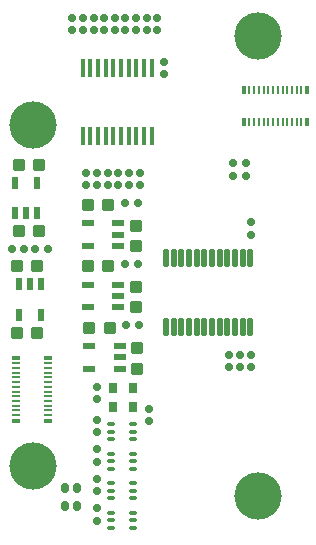
<source format=gbr>
G04*
G04 #@! TF.GenerationSoftware,Altium Limited,Altium Designer,24.9.1 (31)*
G04*
G04 Layer_Color=255*
%FSLAX44Y44*%
%MOMM*%
G71*
G04*
G04 #@! TF.SameCoordinates,B31CAF09-BB74-4FAA-89E9-8BE817FA7118*
G04*
G04*
G04 #@! TF.FilePolarity,Positive*
G04*
G01*
G75*
%ADD13C,4.0000*%
G04:AMPARAMS|DCode=17|XSize=0.65mm|YSize=0.6mm|CornerRadius=0.15mm|HoleSize=0mm|Usage=FLASHONLY|Rotation=270.000|XOffset=0mm|YOffset=0mm|HoleType=Round|Shape=RoundedRectangle|*
%AMROUNDEDRECTD17*
21,1,0.6500,0.3000,0,0,270.0*
21,1,0.3500,0.6000,0,0,270.0*
1,1,0.3000,-0.1500,-0.1750*
1,1,0.3000,-0.1500,0.1750*
1,1,0.3000,0.1500,0.1750*
1,1,0.3000,0.1500,-0.1750*
%
%ADD17ROUNDEDRECTD17*%
G04:AMPARAMS|DCode=18|XSize=0.8mm|YSize=0.6mm|CornerRadius=0.15mm|HoleSize=0mm|Usage=FLASHONLY|Rotation=90.000|XOffset=0mm|YOffset=0mm|HoleType=Round|Shape=RoundedRectangle|*
%AMROUNDEDRECTD18*
21,1,0.8000,0.3000,0,0,90.0*
21,1,0.5000,0.6000,0,0,90.0*
1,1,0.3000,0.1500,0.2500*
1,1,0.3000,0.1500,-0.2500*
1,1,0.3000,-0.1500,-0.2500*
1,1,0.3000,-0.1500,0.2500*
%
%ADD18ROUNDEDRECTD18*%
%ADD19R,0.6500X0.8500*%
%ADD20R,0.3500X0.7000*%
%ADD21R,0.2300X0.7000*%
%ADD22R,0.7000X0.2300*%
%ADD23R,0.7000X0.3500*%
%ADD24R,1.1000X0.6000*%
G04:AMPARAMS|DCode=25|XSize=0.65mm|YSize=0.6mm|CornerRadius=0.15mm|HoleSize=0mm|Usage=FLASHONLY|Rotation=180.000|XOffset=0mm|YOffset=0mm|HoleType=Round|Shape=RoundedRectangle|*
%AMROUNDEDRECTD25*
21,1,0.6500,0.3000,0,0,180.0*
21,1,0.3500,0.6000,0,0,180.0*
1,1,0.3000,-0.1750,0.1500*
1,1,0.3000,0.1750,0.1500*
1,1,0.3000,0.1750,-0.1500*
1,1,0.3000,-0.1750,-0.1500*
%
%ADD25ROUNDEDRECTD25*%
G04:AMPARAMS|DCode=26|XSize=1.1mm|YSize=1mm|CornerRadius=0.25mm|HoleSize=0mm|Usage=FLASHONLY|Rotation=180.000|XOffset=0mm|YOffset=0mm|HoleType=Round|Shape=RoundedRectangle|*
%AMROUNDEDRECTD26*
21,1,1.1000,0.5000,0,0,180.0*
21,1,0.6000,1.0000,0,0,180.0*
1,1,0.5000,-0.3000,0.2500*
1,1,0.5000,0.3000,0.2500*
1,1,0.5000,0.3000,-0.2500*
1,1,0.5000,-0.3000,-0.2500*
%
%ADD26ROUNDEDRECTD26*%
%ADD27R,0.6000X1.1000*%
G04:AMPARAMS|DCode=28|XSize=1.1mm|YSize=1mm|CornerRadius=0.25mm|HoleSize=0mm|Usage=FLASHONLY|Rotation=270.000|XOffset=0mm|YOffset=0mm|HoleType=Round|Shape=RoundedRectangle|*
%AMROUNDEDRECTD28*
21,1,1.1000,0.5000,0,0,270.0*
21,1,0.6000,1.0000,0,0,270.0*
1,1,0.5000,-0.2500,-0.3000*
1,1,0.5000,-0.2500,0.3000*
1,1,0.5000,0.2500,0.3000*
1,1,0.5000,0.2500,-0.3000*
%
%ADD28ROUNDEDRECTD28*%
G04:AMPARAMS|DCode=29|XSize=0.3mm|YSize=0.66mm|CornerRadius=0.075mm|HoleSize=0mm|Usage=FLASHONLY|Rotation=270.000|XOffset=0mm|YOffset=0mm|HoleType=Round|Shape=RoundedRectangle|*
%AMROUNDEDRECTD29*
21,1,0.3000,0.5100,0,0,270.0*
21,1,0.1500,0.6600,0,0,270.0*
1,1,0.1500,-0.2550,-0.0750*
1,1,0.1500,-0.2550,0.0750*
1,1,0.1500,0.2550,0.0750*
1,1,0.1500,0.2550,-0.0750*
%
%ADD29ROUNDEDRECTD29*%
G04:AMPARAMS|DCode=30|XSize=1.5mm|YSize=0.45mm|CornerRadius=0.1125mm|HoleSize=0mm|Usage=FLASHONLY|Rotation=90.000|XOffset=0mm|YOffset=0mm|HoleType=Round|Shape=RoundedRectangle|*
%AMROUNDEDRECTD30*
21,1,1.5000,0.2250,0,0,90.0*
21,1,1.2750,0.4500,0,0,90.0*
1,1,0.2250,0.1125,0.6375*
1,1,0.2250,0.1125,-0.6375*
1,1,0.2250,-0.1125,-0.6375*
1,1,0.2250,-0.1125,0.6375*
%
%ADD30ROUNDEDRECTD30*%
G04:AMPARAMS|DCode=31|XSize=1.5mm|YSize=0.4mm|CornerRadius=0.1mm|HoleSize=0mm|Usage=FLASHONLY|Rotation=90.000|XOffset=0mm|YOffset=0mm|HoleType=Round|Shape=RoundedRectangle|*
%AMROUNDEDRECTD31*
21,1,1.5000,0.2000,0,0,90.0*
21,1,1.3000,0.4000,0,0,90.0*
1,1,0.2000,0.1000,0.6500*
1,1,0.2000,0.1000,-0.6500*
1,1,0.2000,-0.1000,-0.6500*
1,1,0.2000,-0.1000,0.6500*
%
%ADD31ROUNDEDRECTD31*%
D13*
X215000Y439000D02*
D03*
X25000Y364000D02*
D03*
Y75000D02*
D03*
X215000Y50000D02*
D03*
D17*
X205000Y320750D02*
D03*
Y331250D02*
D03*
X194000Y320750D02*
D03*
Y331250D02*
D03*
X70000Y323250D02*
D03*
Y312750D02*
D03*
X79000D02*
D03*
Y323250D02*
D03*
X88000Y312750D02*
D03*
Y323250D02*
D03*
X97000Y312750D02*
D03*
Y323250D02*
D03*
X106000D02*
D03*
Y312750D02*
D03*
X79000Y142250D02*
D03*
Y131750D02*
D03*
X123000Y123250D02*
D03*
Y112750D02*
D03*
X79000Y114250D02*
D03*
Y103750D02*
D03*
Y89250D02*
D03*
Y78750D02*
D03*
Y53750D02*
D03*
Y64250D02*
D03*
Y28750D02*
D03*
Y39250D02*
D03*
X191000Y158750D02*
D03*
Y169250D02*
D03*
X200000D02*
D03*
Y158750D02*
D03*
X209000Y169250D02*
D03*
Y158750D02*
D03*
Y281250D02*
D03*
Y270750D02*
D03*
X115000Y323250D02*
D03*
Y312750D02*
D03*
X121000Y443750D02*
D03*
Y454250D02*
D03*
X94000Y454250D02*
D03*
Y443750D02*
D03*
X58000Y443750D02*
D03*
Y454250D02*
D03*
X76000D02*
D03*
Y443750D02*
D03*
X85000Y454250D02*
D03*
Y443750D02*
D03*
X67000D02*
D03*
Y454250D02*
D03*
X103000Y443750D02*
D03*
Y454250D02*
D03*
X130000Y443750D02*
D03*
Y454250D02*
D03*
X112000Y454250D02*
D03*
Y443750D02*
D03*
X136000Y417250D02*
D03*
Y406750D02*
D03*
D18*
X62000Y56000D02*
D03*
X52000D02*
D03*
X62000Y41000D02*
D03*
X52000D02*
D03*
D19*
X109250Y140750D02*
D03*
X92750D02*
D03*
Y125250D02*
D03*
X109250D02*
D03*
D20*
X256750Y393550D02*
D03*
X203250D02*
D03*
X256750Y366450D02*
D03*
X203250D02*
D03*
D21*
X208000D02*
D03*
Y393550D02*
D03*
X212000Y366450D02*
D03*
Y393550D02*
D03*
X216000Y366450D02*
D03*
Y393550D02*
D03*
X220000Y366450D02*
D03*
Y393550D02*
D03*
X224000Y366450D02*
D03*
Y393550D02*
D03*
X228000Y366450D02*
D03*
Y393550D02*
D03*
X232000Y366450D02*
D03*
Y393550D02*
D03*
X236000Y366450D02*
D03*
Y393550D02*
D03*
X240000Y366450D02*
D03*
Y393550D02*
D03*
X244000Y366450D02*
D03*
Y393550D02*
D03*
X248000Y366450D02*
D03*
Y393550D02*
D03*
X252000Y366450D02*
D03*
Y393550D02*
D03*
D22*
X10450Y162000D02*
D03*
X37550D02*
D03*
X10450Y158000D02*
D03*
X37550D02*
D03*
X10450Y154000D02*
D03*
X37550D02*
D03*
X10450Y150000D02*
D03*
X37550D02*
D03*
X10450Y146000D02*
D03*
X37550D02*
D03*
X10450Y142000D02*
D03*
X37550D02*
D03*
X10450Y138000D02*
D03*
X37550D02*
D03*
X10450Y134000D02*
D03*
X37550D02*
D03*
X10450Y130000D02*
D03*
X37550D02*
D03*
X10450Y126000D02*
D03*
X37550D02*
D03*
X10450Y122000D02*
D03*
X37550D02*
D03*
X10450Y118000D02*
D03*
X37550D02*
D03*
D23*
Y113250D02*
D03*
Y166750D02*
D03*
X10450Y113250D02*
D03*
Y166750D02*
D03*
D24*
X97000Y228500D02*
D03*
Y219000D02*
D03*
Y209500D02*
D03*
X71000D02*
D03*
Y228500D02*
D03*
X72000Y176500D02*
D03*
Y157500D02*
D03*
X98000D02*
D03*
Y167000D02*
D03*
Y176500D02*
D03*
X71000Y280500D02*
D03*
Y261500D02*
D03*
X97000D02*
D03*
Y271000D02*
D03*
Y280500D02*
D03*
D25*
X37250Y259000D02*
D03*
X26750D02*
D03*
X17250D02*
D03*
X6750D02*
D03*
X102750Y246000D02*
D03*
X113250D02*
D03*
X114250Y194000D02*
D03*
X103750D02*
D03*
X113250Y298000D02*
D03*
X102750D02*
D03*
D26*
X12500Y274000D02*
D03*
X29500D02*
D03*
Y330000D02*
D03*
X12500D02*
D03*
X71500Y244000D02*
D03*
X88500D02*
D03*
X11500D02*
D03*
X28500D02*
D03*
Y188000D02*
D03*
X11500D02*
D03*
X89500Y192000D02*
D03*
X72500D02*
D03*
X71500Y296000D02*
D03*
X88500D02*
D03*
D27*
X28500Y289000D02*
D03*
X19000D02*
D03*
X9500D02*
D03*
Y315000D02*
D03*
X28500D02*
D03*
X12500Y203000D02*
D03*
X31500D02*
D03*
Y229000D02*
D03*
X22000D02*
D03*
X12500D02*
D03*
D28*
X112000Y226500D02*
D03*
Y209500D02*
D03*
X113000Y157500D02*
D03*
Y174500D02*
D03*
X112000Y261500D02*
D03*
Y278500D02*
D03*
D29*
X90800Y110500D02*
D03*
Y104000D02*
D03*
Y97500D02*
D03*
X109200Y110500D02*
D03*
Y104000D02*
D03*
Y97500D02*
D03*
X90800Y85500D02*
D03*
Y79000D02*
D03*
Y72500D02*
D03*
X109200Y85500D02*
D03*
Y79000D02*
D03*
Y72500D02*
D03*
X90800Y60500D02*
D03*
Y54000D02*
D03*
Y47500D02*
D03*
X109200Y60500D02*
D03*
Y54000D02*
D03*
Y47500D02*
D03*
X90800Y35500D02*
D03*
Y29000D02*
D03*
Y22500D02*
D03*
X109200Y35500D02*
D03*
Y29000D02*
D03*
Y22500D02*
D03*
D30*
X202250Y193000D02*
D03*
X195750D02*
D03*
X189250D02*
D03*
X182750D02*
D03*
X176250D02*
D03*
X169750D02*
D03*
X163250D02*
D03*
X156750D02*
D03*
X150250D02*
D03*
X143750D02*
D03*
X137250D02*
D03*
Y251000D02*
D03*
X143750D02*
D03*
X150250D02*
D03*
X156750D02*
D03*
X163250D02*
D03*
X169750D02*
D03*
X176250D02*
D03*
X182750D02*
D03*
X189250D02*
D03*
X195750D02*
D03*
X202250D02*
D03*
X208750D02*
D03*
Y193000D02*
D03*
D31*
X125250Y412000D02*
D03*
X118750D02*
D03*
X112250D02*
D03*
X105750D02*
D03*
X99250D02*
D03*
X92750D02*
D03*
X86250D02*
D03*
X79750D02*
D03*
X73250D02*
D03*
X66750D02*
D03*
X66750Y354000D02*
D03*
X73250D02*
D03*
X79750D02*
D03*
X86250D02*
D03*
X92750D02*
D03*
X99250D02*
D03*
X105750D02*
D03*
X112250D02*
D03*
X118750D02*
D03*
X125250D02*
D03*
M02*

</source>
